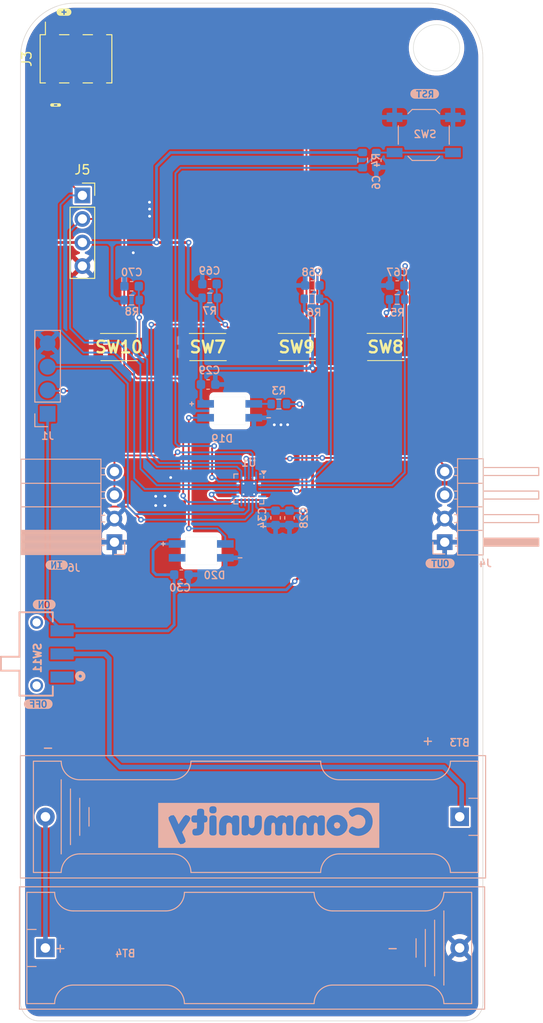
<source format=kicad_pcb>
(kicad_pcb (version 20241229) (generator "pcbnew") (generator_version "9.0")
  (title_block (title "Bside_CDMX_2025") (date "2025-06-05") (rev "v1.0") (company "ElectronicCats") (comment 1 "Edgar_Capuchino"))
  (layers (0 "F.Cu" signal) (2 "B.Cu" signal) (13 "F.Paste" user) (15 "B.Paste" user) (5 "F.SilkS" user "F.Silkscreen") (7 "B.SilkS" user "B.Silkscreen") (1 "F.Mask" user) (3 "B.Mask" user) (25 "Edge.Cuts" user))
  (net 0 "")
  (net 1 "GND")
  (net 2 "+3.3V")
  (net 3 "Net-(BT3--)")
  (net 4 "/NTST")
  (net 6 "/LED1")
  (net 7 "/NEO")
  (net 8 "/LED2")
  (net 9 "Net-(D19-DIN)")
  (net 10 "/SWDIO")
  (net 11 "/SWCLK")
  (net 12 "/RX")
  (net 13 "/SDA")
  (net 14 "/SCL")
  (net 15 "/GPIO1")
  (net 16 "/GPIO2")
  (net 17 "+BATT")
  (net 18 "/TX")
  (net 19 "/BTTN1")
  (net 20 "/BTTN2")
  (net 21 "/BTTN3")
  (net 22 "/BTTN4")
  (net 23 "Net-(D19-DOUT)")
  (footprint "Footprints:TS1088R02026" (layer "F.Cu") (at 45.022 62.033405)
    (property "Reference" "SW10" (at 0 0 0) (layer "F.SilkS") (effects (font (size 1.27 1.27) (thickness 0.254))))
    (property "Value" "SW_Push" (hide yes))
    (pad "1" smd rect (at -2.225 0) (size 1.05 2) (layers "F.Cu" "F.Mask" "F.Paste") (net 1 "GND"))
    (pad "2" smd rect (at 2.225 0) (size 1.05 2) (layers "F.Cu" "F.Mask" "F.Paste") (net 22 "/BTTN4"))
  )
  (footprint "Footprints:TS1088R02026" (layer "F.Cu") (at 64.209666 62.026595)
    (property "Reference" "SW9" (at 0 0 0) (layer "F.SilkS") (effects (font (size 1.27 1.27) (thickness 0.254))))
    (property "Value" "SW_Push" (hide yes))
    (pad "1" smd rect (at -2.225 0) (size 1.05 2) (layers "F.Cu" "F.Mask" "F.Paste") (net 1 "GND"))
    (pad "2" smd rect (at 2.225 0) (size 1.05 2) (layers "F.Cu" "F.Mask" "F.Paste") (net 20 "/BTTN2"))
  )
  (footprint "Connector_PinSocket_2.54mm:PinSocket_1x04_P2.54mm_Vertical" (layer "F.Cu") (at 41.081333 45.674333)
    (property "Reference" "J5" (at 0 -2.77 0) (layer "F.SilkS"))
    (property "Value" "I2C")
    (pad "1" thru_hole rect (at 0 0) (size 1.7 1.7) (drill 1) (layers "*.Cu" "*.Mask") (net 13 "/SDA"))
    (pad "2" thru_hole circle (at 0 2.54) (size 1.7 1.7) (drill 1) (layers "*.Cu" "*.Mask") (net 14 "/SCL"))
    (pad "3" thru_hole circle (at 0 5.08) (size 1.7 1.7) (drill 1) (layers "*.Cu" "*.Mask") (net 2 "+3.3V"))
    (pad "4" thru_hole circle (at 0 7.62) (size 1.7 1.7) (drill 1) (layers "*.Cu" "*.Mask") (net 1 "GND"))
  )
  (footprint "Footprints:TS1088R02026" (layer "F.Cu") (at 73.801333 62.026595)
    (property "Reference" "SW8" (at 0 0 0) (layer "F.SilkS") (effects (font (size 1.27 1.27) (thickness 0.254))))
    (property "Value" "SW_Push" (hide yes))
    (pad "1" smd rect (at -2.225 0) (size 1.05 2) (layers "F.Cu" "F.Mask" "F.Paste") (net 1 "GND"))
    (pad "2" smd rect (at 2.225 0) (size 1.05 2) (layers "F.Cu" "F.Mask" "F.Paste") (net 19 "/BTTN1"))
  )
  (footprint "kibuzzard-68434153" (layer "F.Cu") (at 39.1 25.9)
    (property "Reference" "kibuzzard-68434153" (hide yes))
    (property "Value" "G***" (hide yes))
  )
  (footprint "Footprints:TS1088R02026" (layer "F.Cu") (at 54.613667 62.033405)
    (property "Reference" "SW7" (at 0 0 0) (layer "F.SilkS") (effects (font (size 1.27 1.27) (thickness 0.254))))
    (property "Value" "SW_Push" (hide yes))
    (pad "1" smd rect (at -2.225 0) (size 1.05 2) (layers "F.Cu" "F.Mask" "F.Paste") (net 1 "GND"))
    (pad "2" smd rect (at 2.225 0) (size 1.05 2) (layers "F.Cu" "F.Mask" "F.Paste") (net 21 "/BTTN3"))
  )
  (footprint "Connector_PinSocket_2.54mm:PinSocket_2x03_P2.54mm_Vertical_SMD" (layer "F.Cu") (at 40.39125 30.94 90)
    (property "Reference" "J3" (at 0 -5.31 90) (layer "F.SilkS"))
    (property "Value" "ADDON")
    (pad "1" smd rect (at 2.52 -2.54 90) (size 3 1) (layers "F.Cu" "F.Mask" "F.Paste") (net 2 "+3.3V"))
    (pad "2" smd rect (at -2.52 -2.54 90) (size 3 1) (layers "F.Cu" "F.Mask" "F.Paste") (net 1 "GND"))
    (pad "3" smd rect (at 2.52 0 90) (size 3 1) (layers "F.Cu" "F.Mask" "F.Paste") (net 13 "/SDA"))
    (pad "4" smd rect (at -2.52 0 90) (size 3 1) (layers "F.Cu" "F.Mask" "F.Paste") (net 14 "/SCL"))
    (pad "5" smd rect (at 2.52 2.54 90) (size 3 1) (layers "F.Cu" "F.Mask" "F.Paste") (net 16 "/GPIO2"))
    (pad "6" smd rect (at -2.52 2.54 90) (size 3 1) (layers "F.Cu" "F.Mask" "F.Paste") (net 15 "/GPIO1"))
  )
  (footprint "kibuzzard-68434168" (layer "F.Cu") (at 38.19 35.92)
    (property "Reference" "kibuzzard-68434168" (hide yes))
    (property "Value" "G***" (hide yes))
  )
  (footprint "kibuzzard-6843433E" (layer "B.Cu") (at 61.191333 113.634333 180)
    (property "Reference" "kibuzzard-6843433E" (hide yes))
    (property "Value" "G***" (hide yes))
  )
  (footprint "kibuzzard-68434005" (layer "B.Cu") (at 79.68 85.37 180)
    (property "Reference" "kibuzzard-68434005" (hide yes))
    (property "Value" "G***" (hide yes))
  )
  (footprint "Battery:BatteryHolder_Keystone_2466_1xAAA" (layer "B.Cu") (at 37.089897 126.858763)
    (property "Reference" "BT4" (at 8.620103 0.591237 0) (layer "B.SilkS") (effects (font (size 0.8 0.8)) (justify mirror)))
    (property "Value" "Battery_Cell")
    (fp_text user "+" (at 1.600103 0 0) (layer "B.SilkS") (effects (justify mirror)))
    (fp_text user "-" (at 37.470103 0 0) (layer "B.SilkS") (effects (justify mirror)))
    (pad "1" thru_hole rect (at 0 0) (size 2 2) (drill 1.02) (layers "*.Cu" "*.Mask") (net 3 "Net-(BT3--)"))
    (pad "2" thru_hole circle (at 44.7 0) (size 2 2) (drill 1.02) (layers "*.Cu" "*.Mask") (net 1 "GND"))
  )
  (footprint "Package_DFN_QFN:QFN-20-1EP_3x3mm_P0.4mm_EP1.65x1.65mm_ThermalVias" (layer "B.Cu") (at 59.04 77.34 180)
    (property "Reference" "U1" (at 0 2.83 0) (layer "B.SilkS") (effects (font (size 0.8 0.8)) (justify mirror)))
    (property "Value" "PY32F030F28U6TR")
    (pad "1" smd roundrect (at -1.45 0.8 180) (size 0.85 0.2) (layers "B.Cu" "B.Mask" "B.Paste") (net 20 "/BTTN2"))
    (pad "2" smd roundrect (at -1.45 0.4 180) (size 0.85 0.2) (layers "B.Cu" "B.Mask" "B.Paste") (net 19 "/BTTN1"))
    (pad "3" smd roundrect (at -1.45 0 180) (size 0.85 0.2) (layers "B.Cu" "B.Mask" "B.Paste") (net 7 "/NEO"))
    (pad "4" smd roundrect (at -1.45 -0.4 180) (size 0.85 0.2) (layers "B.Cu" "B.Mask" "B.Paste") (net 1 "GND"))
    (pad "5" smd roundrect (at -1.45 -0.8 180) (size 0.85 0.2) (layers "B.Cu" "B.Mask" "B.Paste"))
    (pad "6" smd roundrect (at -0.8 -1.45 180) (size 0.2 0.85) (layers "B.Cu" "B.Mask" "B.Paste") (net 2 "+3.3V"))
    (pad "7" smd roundrect (at -0.4 -1.45 180) (size 0.2 0.85) (layers "B.Cu" "B.Mask" "B.Paste") (net 10 "/SWDIO"))
    (pad "8" smd roundrect (at 0 -1.45 180) (size 0.2 0.85) (layers "B.Cu" "B.Mask" "B.Paste") (net 11 "/SWCLK"))
    (pad "9" smd roundrect (at 0.4 -1.45 180) (size 0.2 0.85) (layers "B.Cu" "B.Mask" "B.Paste"))
    (pad "10" smd roundrect (at 0.8 -1.45 180) (size 0.2 0.85) (layers "B.Cu" "B.Mask" "B.Paste") (net 6 "/LED1"))
    (pad "11" smd roundrect (at 1.45 -0.8 180) (size 0.85 0.2) (layers "B.Cu" "B.Mask" "B.Paste") (net 15 "/GPIO1"))
    (pad "12" smd roundrect (at 1.45 -0.4 180) (size 0.85 0.2) (layers "B.Cu" "B.Mask" "B.Paste") (net 16 "/GPIO2"))
    (pad "13" smd roundrect (at 1.45 0 180) (size 0.85 0.2) (layers "B.Cu" "B.Mask" "B.Paste") (net 13 "/SDA"))
    (pad "14" smd roundrect (at 1.45 0.4 180) (size 0.85 0.2) (layers "B.Cu" "B.Mask" "B.Paste") (net 14 "/SCL"))
    (pad "15" smd roundrect (at 1.45 0.8 180) (size 0.85 0.2) (layers "B.Cu" "B.Mask" "B.Paste") (net 4 "/NTST"))
    (pad "16" smd roundrect (at 0.8 1.45 180) (size 0.2 0.85) (layers "B.Cu" "B.Mask" "B.Paste") (net 22 "/BTTN4"))
    (pad "17" smd roundrect (at 0.4 1.45 180) (size 0.2 0.85) (layers "B.Cu" "B.Mask" "B.Paste") (net 21 "/BTTN3"))
    (pad "18" smd roundrect (at 0 1.45 180) (size 0.2 0.85) (layers "B.Cu" "B.Mask" "B.Paste") (net 18 "/TX"))
    (pad "19" smd roundrect (at -0.4 1.45 180) (size 0.2 0.85) (layers "B.Cu" "B.Mask" "B.Paste") (net 12 "/RX"))
    (pad "20" smd roundrect (at -0.8 1.45 180) (size 0.2 0.85) (layers "B.Cu" "B.Mask" "B.Paste") (net 8 "/LED2"))
    (pad "21" thru_hole circle (at -0.575 -0.575 180) (size 0.5 0.5) (drill 0.2) (property pad_prop_heatsink) (layers "*.Cu") (net 1 "GND"))
    (pad "21" thru_hole circle (at -0.575 0.575 180) (size 0.5 0.5) (drill 0.2) (property pad_prop_heatsink) (layers "*.Cu") (net 1 "GND"))
    (pad "21" smd rect (at 0 0 180) (size 1.65 1.65) (property pad_prop_heatsink) (layers "F.Cu") (net 1 "GND"))
    (pad "21" smd rect (at 0 0 180) (size 1.65 1.65) (property pad_prop_heatsink) (layers "B.Cu" "B.Mask") (net 1 "GND"))
    (pad "21" thru_hole circle (at 0.575 -0.575 180) (size 0.5 0.5) (drill 0.2) (property pad_prop_heatsink) (layers "*.Cu") (net 1 "GND"))
    (pad "21" thru_hole circle (at 0.575 0.575 180) (size 0.5 0.5) (drill 0.2) (property pad_prop_heatsink) (layers "*.Cu") (net 1 "GND"))
  )
  (footprint "Footprints:LED_SK6812-E" (layer "B.Cu") (at 56.98 68.91 180)
    (property "Reference" "D19" (at 0.82 -3 0) (layer "B.SilkS") (effects (font (size 0.8 0.8)) (justify mirror)))
    (property "Value" "SK6812MINI-E")
    (fp_line (start 1.7 1.5) (end 1.7 -1.5) (stroke (width 0.01)) (layer "Edge.Cuts"))
    (fp_line (start 1.7 -1.5) (end -1.7 -1.5) (stroke (width 0.01)) (layer "Edge.Cuts"))
    (fp_line (start -1.7 1.5) (end 1.7 1.5) (stroke (width 0.01)) (layer "Edge.Cuts"))
    (fp_line (start -1.7 -1.5) (end -1.7 1.5) (stroke (width 0.01)) (layer "Edge.Cuts"))
    (pad "1" smd rect (at 2.6 0.75 180) (size 1.8 0.82) (layers "B.Cu" "B.Mask" "B.Paste") (net 2 "+3.3V"))
    (pad "2" smd rect (at 2.6 -0.75 180) (size 1.8 0.82) (layers "B.Cu" "B.Mask" "B.Paste") (net 23 "Net-(D19-DOUT)"))
    (pad "3" smd rect (at -2.6 -0.75 180) (size 1.8 0.82) (layers "B.Cu" "B.Mask" "B.Paste") (net 1 "GND"))
    (pad "4" smd rect (at -2.6 0.75 180) (size 1.8 0.82) (layers "B.Cu" "B.Mask" "B.Paste") (net 9 "Net-(D19-DIN)"))
  )
  (footprint "Resistor_SMD:R_0603_1608Metric" (layer "B.Cu") (at 65.851333 56.834333 180)
    (property "Reference" "R6" (at -0.237258 -1.47 0) (layer "B.SilkS") (effects (font (size 0.8 0.8)) (justify mirror)))
    (property "Value" "10k")
    (pad "1" smd roundrect (at -0.825 0 180) (size 0.8 0.95) (layers "B.Cu" "B.Mask" "B.Paste") (net 20 "/BTTN2"))
    (pad "2" smd roundrect (at 0.825 0 180) (size 0.8 0.95) (layers "B.Cu" "B.Mask" "B.Paste") (net 2 "+3.3V"))
  )
  (footprint "Button_Switch_SMD:SW_SPST_TL3342" (layer "B.Cu") (at 77.921333 39.154333 180)
    (property "Reference" "SW2" (at -0.138667 0.084333 0) (layer "B.SilkS") (effects (font (size 0.8 0.8)) (justify mirror)))
    (property "Value" "RESET")
    (pad "1" smd rect (at -3.15 1.9 180) (size 1.7 1) (layers "B.Cu" "B.Mask" "B.Paste") (net 1 "GND"))
    (pad "1" smd rect (at 3.15 1.9 180) (size 1.7 1) (layers "B.Cu" "B.Mask" "B.Paste") (net 1 "GND"))
    (pad "2" smd rect (at -3.15 -1.9 180) (size 1.7 1) (layers "B.Cu" "B.Mask" "B.Paste") (net 4 "/NTST"))
    (pad "2" smd rect (at 3.15 -1.9 180) (size 1.7 1) (layers "B.Cu" "B.Mask" "B.Paste") (net 4 "/NTST"))
  )
  (footprint "Capacitor_SMD:C_0603_1608Metric" (layer "B.Cu") (at 54.796333 55.234333 180)
    (property "Reference" "C69" (at 0 1.43 0) (layer "B.SilkS") (effects (font (size 0.8 0.8)) (justify mirror)))
    (property "Value" "10uF")
    (pad "1" smd roundrect (at -0.775 0 180) (size 0.9 0.95) (layers "B.Cu" "B.Mask" "B.Paste") (net 21 "/BTTN3"))
    (pad "2" smd roundrect (at 0.775 0 180) (size 0.9 0.95) (layers "B.Cu" "B.Mask" "B.Paste") (net 1 "GND"))
  )
  (footprint "Capacitor_SMD:C_0603_1608Metric" (layer "B.Cu") (at 75.051333 55.394333 180)
    (property "Reference" "C67" (at 0 1.43 0) (layer "B.SilkS") (effects (font (size 0.8 0.8)) (justify mirror)))
    (property "Value" "10uF")
    (pad "1" smd roundrect (at -0.775 0 180) (size 0.9 0.95) (layers "B.Cu" "B.Mask" "B.Paste") (net 19 "/BTTN1"))
    (pad "2" smd roundrect (at 0.775 0 180) (size 0.9 0.95) (layers "B.Cu" "B.Mask" "B.Paste") (net 1 "GND"))
  )
  (footprint "Capacitor_SMD:C_0603_1608Metric" (layer "B.Cu") (at 63.43 80.46 -90)
    (property "Reference" "C28" (at 0 -1.55 90) (layer "B.SilkS") (effects (font (size 0.8 0.8)) (justify mirror)))
    (property "Value" "10uF")
    (pad "1" smd roundrect (at -0.775 0 270) (size 0.9 0.95) (layers "B.Cu" "B.Mask" "B.Paste") (net 2 "+3.3V"))
    (pad "2" smd roundrect (at 0.775 0 270) (size 0.9 0.95) (layers "B.Cu" "B.Mask" "B.Paste") (net 1 "GND"))
  )
  (footprint "Resistor_SMD:R_0603_1608Metric" (layer "B.Cu") (at 54.821333 56.734333 180)
    (property "Reference" "R7" (at 0.001333 -1.395667 0) (layer "B.SilkS") (effects (font (size 0.8 0.8)) (justify mirror)))
    (property "Value" "10k")
    (pad "1" smd roundrect (at -0.825 0 180) (size 0.8 0.95) (layers "B.Cu" "B.Mask" "B.Paste") (net 21 "/BTTN3"))
    (pad "2" smd roundrect (at 0.825 0 180) (size 0.8 0.95) (layers "B.Cu" "B.Mask" "B.Paste") (net 2 "+3.3V"))
  )
  (footprint "Connector_PinHeader_2.54mm:PinHeader_1x04_P2.54mm_Vertical" (layer "B.Cu") (at 37.328666 69.24)
    (property "Reference" "J1" (at 0 2.38 180) (layer "B.SilkS") (effects (font (size 0.8 0.8)) (justify mirror)))
    (property "Value" "SWDIO")
    (pad "1" smd rect (at 0 0) (size 1.7 1.7) (layers "B.Cu" "B.Mask" "B.Paste") (net 2 "+3.3V"))
    (pad "2" smd circle (at 0 -2.54) (size 1.7 1.7) (layers "B.Cu" "B.Mask" "B.Paste") (net 10 "/SWDIO"))
    (pad "3" smd circle (at 0 -5.08) (size 1.7 1.7) (layers "B.Cu" "B.Mask" "B.Paste") (net 11 "/SWCLK"))
    (pad "4" smd circle (at 0 -7.62) (size 1.7 1.7) (layers "B.Cu" "B.Mask" "B.Paste") (net 1 "GND"))
  )
  (footprint "Resistor_SMD:R_0603_1608Metric" (layer "B.Cu") (at 71.33 41.87 90)
    (property "Reference" "R4" (at 0 1.43 90) (layer "B.SilkS") (effects (font (size 0.8 0.8)) (justify mirror)))
    (property "Value" "10k")
    (pad "1" smd roundrect (at -0.825 0 90) (size 0.8 0.95) (layers "B.Cu" "B.Mask" "B.Paste") (net 4 "/NTST"))
    (pad "2" smd roundrect (at 0.825 0 90) (size 0.8 0.95) (layers "B.Cu" "B.Mask" "B.Paste") (net 2 "+3.3V"))
  )
  (footprint "kibuzzard-68434047" (layer "B.Cu") (at 36.96 89.81 180)
    (property "Reference" "kibuzzard-68434047" (hide yes))
    (property "Value" "G***" (hide yes))
  )
  (footprint "Connector_PinSocket_2.54mm:PinSocket_1x04_P2.54mm_Horizontal" (layer "B.Cu") (at 44.54 83.08)
    (property "Reference" "J6" (at -4.38 2.77 0) (layer "B.SilkS") (effects (font (size 0.8 0.8)) (justify mirror)))
    (property "Value" "Conn_01x04_Pin")
    (pad "1" thru_hole rect (at 0 0) (size 1.7 1.7) (drill 1) (layers "*.Cu" "*.Mask") (net 1 "GND"))
    (pad "2" thru_hole circle (at 0 -2.54) (size 1.7 1.7) (drill 1) (layers "*.Cu" "*.Mask") (net 1 "GND"))
    (pad "3" thru_hole circle (at 0 -5.08) (size 1.7 1.7) (drill 1) (layers "*.Cu" "*.Mask") (net 12 "/RX"))
    (pad "4" thru_hole circle (at 0 -7.62) (size 1.7 1.7) (drill 1) (layers "*.Cu" "*.Mask") (net 12 "/RX"))
  )
  (footprint "Footprints:LED_SK6812-E" (layer "B.Cu") (at 53.9 84.02 180)
    (property "Reference" "D20" (at -1.44 -2.63 0) (layer "B.SilkS") (effects (font (size 0.8 0.8)) (justify mirror)))
    (property "Value" "SK6812MINI-E")
    (fp_line (start 1.7 1.5) (end 1.7 -1.5) (stroke (width 0.01)) (layer "Edge.Cuts"))
    (fp_line (start 1.7 -1.5) (end -1.7 -1.5) (stroke (width 0.01)) (layer "Edge.Cuts"))
    (fp_line (start -1.7 1.5) (end 1.7 1.5) (stroke (width 0.01)) (layer "Edge.Cuts"))
    (fp_line (start -1.7 -1.5) (end -1.7 1.5) (stroke (width 0.01)) (layer "Edge.Cuts"))
    (pad "1" smd rect (at 2.6 0.75 180) (size 1.8 0.82) (layers "B.Cu" "B.Mask" "B.Paste") (net 2 "+3.3V"))
    (pad "2" smd rect (at 2.6 -0.75 180) (size 1.8 0.82) (layers "B.Cu" "B.Mask" "B.Paste"))
    (pad "3" smd rect (at -2.6 -0.75 180) (size 1.8 0.82) (layers "B.Cu" "B.Mask" "B.Paste") (net 1 "GND"))
    (pad "4" smd rect (at -2.6 0.75 180) (size 1.8 0.82) (layers "B.Cu" "B.Mask" "B.Paste") (net 23 "Net-(D19-DOUT)"))
  )
  (footprint "Connector_PinHeader_2.54mm:PinHeader_1x04_P2.54mm_Horizontal" (layer "B.Cu") (at 80.18 83.08)
    (property "Reference" "J4" (at 4.385 2.27 0) (layer "B.SilkS") (effects (font (size 0.8 0.8)) (justify mirror)))
    (property "Value" "Conn_01x04_Pin")
    (pad "1" thru_hole rect (at 0 0) (size 1.7 1.7) (drill 1) (layers "*.Cu" "*.Mask") (net 1 "GND"))
    (pad "2" thru_hole circle (at 0 -2.54) (size 1.7 1.7) (drill 1) (layers "*.Cu" "*.Mask") (net 1 "GND"))
    (pad "3" thru_hole circle (at 0 -5.08) (size 1.7 1.7) (drill 1) (layers "*.Cu" "*.Mask") (net 18 "/TX"))
    (pad "4" thru_hole circle (at 0 -7.62) (size 1.7 1.7) (drill 1) (layers "*.Cu" "*.Mask") (net 18 "/TX"))
  )
  (footprint "Resistor_SMD:R_0603_1608Metric" (layer "B.Cu") (at 46.391333 56.964333 180)
    (property "Reference" "R8" (at -0.038667 -1.245667 0) (layer "B.SilkS") (effects (font (size 0.8 0.8)) (justify mirror)))
    (property "Value" "10k")
    (pad "1" smd roundrect (at -0.825 0 180) (size 0.8 0.95) (layers "B.Cu" "B.Mask" "B.Paste") (net 22 "/BTTN4"))
    (pad "2" smd roundrect (at 0.825 0 180) (size 0.8 0.95) (layers "B.Cu" "B.Mask" "B.Paste") (net 2 "+3.3V"))
  )
  (footprint "Capacitor_SMD:C_0603_1608Metric" (layer "B.Cu") (at 54.65 66.07)
    (property "Reference" "C29" (at 0.13 -1.53 0) (layer "B.SilkS") (effects (font (size 0.8 0.8)) (justify mirror)))
    (property "Value" "100nF")
    (pad "1" smd roundrect (at -0.775 0) (size 0.9 0.95) (layers "B.Cu" "B.Mask" "B.Paste") (net 2 "+3.3V"))
    (pad "2" smd roundrect (at 0.775 0) (size 0.9 0.95) (layers "B.Cu" "B.Mask" "B.Paste") (net 1 "GND"))
  )
  (footprint "Capacitor_SMD:C_0603_1608Metric" (layer "B.Cu") (at 61.93 80.46 -90)
    (property "Reference" "C34" (at 0 1.43 90) (layer "B.SilkS") (effects (font (size 0.8 0.8)) (justify mirror)))
    (property "Value" "100nF")
    (pad "1" smd roundrect (at -0.775 0 270) (size 0.9 0.95) (layers "B.Cu" "B.Mask" "B.Paste") (net 2 "+3.3V"))
    (pad "2" smd roundrect (at 0.775 0 270) (size 0.9 0.95) (layers "B.Cu" "B.Mask" "B.Paste") (net 1 "GND"))
  )
  (footprint "Capacitor_SMD:C_0603_1608Metric" (layer "B.Cu") (at 46.391333 55.474333 180)
    (property "Reference" "C70" (at -0.018667 1.504333 0) (layer "B.SilkS") (effects (font (size 0.8 0.8)) (justify mirror)))
    (property "Value" "10uF")
    (pad "1" smd roundrect (at -0.775 0 180) (size 0.9 0.95) (layers "B.Cu" "B.Mask" "B.Paste") (net 22 "/BTTN4"))
    (pad "2" smd roundrect (at 0.775 0 180) (size 0.9 0.95) (layers "B.Cu" "B.Mask" "B.Paste") (net 1 "GND"))
  )
  (footprint "kibuzzard-68434035" (layer "B.Cu") (at 38.31 85.55 180)
    (property "Reference" "kibuzzard-68434035" (hide yes))
    (property "Value" "G***" (hide yes))
  )
  (footprint "Capacitor_SMD:C_0603_1608Metric" (layer "B.Cu") (at 65.896333 55.384333 180)
    (property "Reference" "C68" (at 0 1.43 0) (layer "B.SilkS") (effects (font (size 0.8 0.8)) (justify mirror)))
    (property "Value" "10uF")
    (pad "1" smd roundrect (at -0.775 0 180) (size 0.9 0.95) (layers "B.Cu" "B.Mask" "B.Paste") (net 20 "/BTTN2"))
    (pad "2" smd roundrect (at 0.775 0 180) (size 0.9 0.95) (layers "B.Cu" "B.Mask" "B.Paste") (net 1 "GND"))
  )
  (footprint "kibuzzard-68434058" (layer "B.Cu") (at 36.32 100.54 180)
    (property "Reference" "kibuzzard-68434058" (hide yes))
    (property "Value" "G***" (hide yes))
  )
  (footprint "Battery:BatteryHolder_Keystone_2466_1xAAA" (layer "B.Cu") (at 81.794745 112.709605 180)
    (property "Reference" "BT3" (at 0 8 0) (layer "B.SilkS") (effects (font (size 0.8 0.8)) (justify mirror)))
    (property "Value" "Battery_Cell")
    (fp_text user "+" (at 3.434745 8.219605 0) (layer "B.SilkS") (effects (justify mirror)))
    (fp_text user "-" (at 44.424745 7.479605 0) (layer "B.SilkS") (effects (justify mirror)))
    (pad "1" thru_hole rect (at 0 0 180) (size 2 2) (drill 1.02) (layers "*.Cu" "*.Mask") (net 17 "+BATT"))
    (pad "2" thru_hole circle (at 44.7 0 180) (size 2 2) (drill 1.02) (layers "*.Cu" "*.Mask") (net 3 "Net-(BT3--)"))
  )
  (footprint "kibuzzard-68434071" (layer "B.Cu") (at 78.02 34.72 180)
    (property "Reference" "kibuzzard-68434071" (hide yes))
    (property "Value" "G***" (hide yes))
  )
  (footprint "Footprints:JS102011SAQN" (layer "B.Cu") (at 37.89 95.14 90)
    (property "Reference" "SW11" (at -0.43 -1.647 90) (layer "B.SilkS") (effects (font (size 0.8 0.8) (thickness 0.254)) (justify mirror)))
    (property "Value" "ON" (hide yes))
    (pad "1" smd rect (at -2.5 1 90) (size 1.2 2.5) (layers "B.Cu" "B.Mask" "B.Paste"))
    (pad "2" smd rect (at 0 1 90) (size 1.2 2.5) (layers "B.Cu" "B.Mask" "B.Paste") (net 17 "+BATT"))
    (pad "3" smd rect (at 2.5 1 90) (size 1.2 2.5) (layers "B.Cu" "B.Mask" "B.Paste") (net 2 "+3.3V"))
    (pad "4" thru_hole circle (at -3.4 -1.75 90) (size 1.4 1.4) (drill 0.9) (layers "*.Cu" "*.Mask"))
    (pad "5" thru_hole circle (at 3.4 -1.75 90) (size 1.4 1.4) (drill 0.9) (layers "*.Cu" "*.Mask"))
  )
  (footprint "Resistor_SMD:R_0603_1608Metric" (layer "B.Cu") (at 75.051333 56.894333 180)
    (property "Reference" "R5" (at -0.018667 -1.425667 0) (layer "B.SilkS") (effects (font (size 0.8 0.8)) (justify mirror)))
    (property "Value" "10k")
    (pad "1" smd roundrect (at -0.825 0 180) (size 0.8 0.95) (layers "B.Cu" "B.Mask" "B.Paste") (net 19 "/BTTN1"))
    (pad "2" smd roundrect (at 0.825 0 180) (size 0.8 0.95) (layers "B.Cu" "B.Mask" "B.Paste") (net 2 "+3.3V"))
  )
  (footprint "Resistor_SMD:R_0603_1608Metric" (layer "B.Cu") (at 62.28 68.18 180)
    (property "Reference" "R3" (at 0 1.43 0) (layer "B.SilkS") (effects (font (size 0.8 0.8)) (justify mirror)))
    (property "Value" "470R")
    (pad "1" smd roundrect (at -0.825 0 180) (size 0.8 0.95) (layers "B.Cu" "B.Mask" "B.Paste") (net 7 "/NEO"))
    (pad "2" smd roundrect (at 0.825 0 180) (size 0.8 0.95) (layers "B.Cu" "B.Mask" "B.Paste") (net 9 "Net-(D19-DIN)"))
  )
  (footprint "Capacitor_SMD:C_0603_1608Metric" (layer "B.Cu") (at 72.8 41.87 -90)
    (property "Reference" "C6" (at 2.4 0 90) (layer "B.SilkS") (effects (font (size 0.8 0.8)) (justify mirror)))
    (property "Value" "100nF")
    (pad "1" smd roundrect (at -0.775 0 270) (size 0.9 0.95) (layers "B.Cu" "B.Mask" "B.Paste") (net 4 "/NTST"))
    (pad "2" smd roundrect (at 0.775 0 270) (size 0.9 0.95) (layers "B.Cu" "B.Mask" "B.Paste") (net 1 "GND"))
  )
  (footprint "Capacitor_SMD:C_0603_1608Metric" (layer "B.Cu") (at 51.76 86.59)
    (property "Reference" "C30" (at -0.14058 1.4 0) (layer "B.SilkS") (effects (font (size 0.8 0.8)) (justify mirror)))
    (property "Value" "100nF")
    (pad "1" smd roundrect (at -0.775 0) (size 0.9 0.95) (layers "B.Cu" "B.Mask" "B.Paste") (net 2 "+3.3V"))
    (pad "2" smd roundrect (at 0.775 0) (size 0.9 0.95) (layers "B.Cu" "B.Mask" "B.Paste") (net 1 "GND"))
  )
  (gr_curve (pts (xy 36.40926 134.72841) (xy 35.31761 134.72841) (xy 34.40204 133.84805) (xy 34.40204 132.72119)) (stroke (width 0.05)) (layer "B.SilkS"))
  (gr_curve (pts (xy 84.3008 132.72119) (xy 84.336 133.84805) (xy 83.45566 134.72841) (xy 82.3288 134.72841)) (stroke (width 0.05)) (layer "B.SilkS"))
  (gr_line (start 84.3008 30.8108) (end 84.3008 132.72119) (stroke (width 0.05)) (layer "B.SilkS"))
  (gr_line (start 40.28284 24.93) (end 78.42 24.93) (stroke (width 0.05)) (layer "B.SilkS"))
  (gr_curve (pts (xy 34.40204 30.8108) (xy 34.40204 27.57108) (xy 37.04312 24.93) (xy 40.28284 24.93)) (stroke (width 0.05)) (layer "B.SilkS"))
  (gr_line (start 82.3288 134.72841) (end 36.40926 134.72841) (stroke (width 0.05)) (layer "B.SilkS"))
  (gr_line (start 34.40204 132.72119) (end 34.40204 30.8108) (stroke (width 0.05)) (layer "B.SilkS"))
  (gr_curve (pts (xy 78.42 24.93) (xy 81.65972 24.93) (xy 84.3008 27.57108) (xy 84.3008 30.8108)) (stroke (width 0.05)) (layer "B.SilkS"))
  (gr_curve (pts (xy 78.42 24.93) (xy 81.65972 24.93) (xy 84.3008 27.57108) (xy 84.3008 30.8108)) (stroke (width 0.05)) (layer "Edge.Cuts"))
  (gr_curve (pts (xy 77.532714 31.522453) (xy 78.247773 32.237512) (xy 79.323163 32.45142) (xy 80.257432 32.064433)) (stroke (width 0.05)) (layer "Edge.Cuts"))
  (gr_line (start 84.3008 30.8108) (end 84.3008 132.72119) (stroke (width 0.05)) (layer "Edge.Cuts"))
  (gr_curve (pts (xy 76.990734 28.797736) (xy 76.603747 29.732005) (xy 76.817656 30.807395) (xy 77.532714 31.522453)) (stroke (width 0.05)) (layer "Edge.Cuts"))
  (gr_curve (pts (xy 34.40204 30.8108) (xy 34.40204 27.57108) (xy 37.04312 24.93) (xy 40.28284 24.93)) (stroke (width 0.05)) (layer "Edge.Cuts"))
  (gr_line (start 82.3288 134.72841) (end 36.40926 134.72841) (stroke (width 0.05)) (layer "Edge.Cuts"))
  (gr_curve (pts (xy 79.300638 27.254307) (xy 78.289393 27.254307) (xy 77.377721 27.863466) (xy 76.990734 28.797736)) (stroke (width 0.05)) (layer "Edge.Cuts"))
  (gr_line (start 34.40204 132.72119) (end 34.40204 30.8108) (stroke (width 0.05)) (layer "Edge.Cuts"))
  (gr_curve (pts (xy 84.3008 132.72119) (xy 84.336 133.84805) (xy 83.45566 134.72841) (xy 82.3288 134.72841)) (stroke (width 0.05)) (layer "Edge.Cuts"))
  (gr_curve (pts (xy 36.40926 134.72841) (xy 35.31761 134.72841) (xy 34.40204 133.84805) (xy 34.40204 132.72119)) (stroke (width 0.05)) (layer "Edge.Cuts"))
  (gr_curve (pts (xy 80.257432 32.064433) (xy 81.191701 31.677447) (xy 81.800861 30.765775) (xy 81.800861 29.754529)) (stroke (width 0.05)) (layer "Edge.Cuts"))
  (gr_curve (pts (xy 81.068563 27.986605) (xy 80.59968 27.517722) (xy 79.963739 27.254307) (xy 79.300638 27.254307)) (stroke (width 0.05)) (layer "Edge.Cuts"))
  (gr_line (start 40.28284 24.93) (end 78.42 24.93) (stroke (width 0.05)) (layer "Edge.Cuts"))
  (gr_curve (pts (xy 81.800861 29.754529) (xy 81.800861 29.091429) (xy 81.537445 28.455488) (xy 81.068563 27.986605)) (stroke (width 0.05)) (layer "Edge.Cuts"))
  (via (at 48.33 47.15) (size 0.6) (drill 0.3) (layers "F.Cu" "B.Cu") (net 1))
  (via (at 50.61 76.11) (size 0.6) (drill 0.3) (layers "F.Cu" "B.Cu") (net 1))
  (via (at 49.99 79.13) (size 0.6) (drill 0.3) (layers "F.Cu" "B.Cu") (net 1))
  (via (at 46.57 51.86) (size 0.6) (drill 0.3) (layers "F.Cu" "B.Cu") (net 1))
  (via (at 49.99 78.13) (size 0.6) (drill 0.3) (layers "F.Cu" "B.Cu") (net 1))
  (via (at 48.32 46.41) (size 0.6) (drill 0.3) (layers "F.Cu" "B.Cu") (net 1))
  (via (at 61.79 70.42) (size 0.6) (drill 0.3) (layers "F.Cu" "B.Cu") (net 1))
  (via (at 48.33 47.92) (size 0.6) (drill 0.3) (layers "F.Cu" "B.Cu") (net 1))
  (via (at 62.51 70.42) (size 0.6) (drill 0.3) (layers "F.Cu" "B.Cu") (net 1))
  (via (at 48.99 79.13) (size 0.6) (drill 0.3) (layers "F.Cu" "B.Cu") (net 1))
  (via (at 63.23 70.41) (size 0.6) (drill 0.3) (layers "F.Cu" "B.Cu") (net 1))
  (via (at 48.99 78.13) (size 0.6) (drill 0.3) (layers "F.Cu" "B.Cu") (net 1))
  (segment (start 62.19 77.74) (end 62.786943 77.74) (width 0.2) (layer "B.Cu") (net 1))
  (segment (start 63.401333 78.35439) (end 63.401333 78.364333) (width 0.2) (layer "B.Cu") (net 1))
  (segment (start 62.786943 77.74) (end 63.401333 78.35439) (width 0.2) (layer "B.Cu") (net 1))
  (segment (start 60.49 77.74) (end 62.19 77.74) (width 0.2) (layer "B.Cu") (net 1))
  (segment (start 37.85125 28.42) (end 36.341333 29.929917) (width 0.3) (layer "F.Cu") (net 2))
  (segment (start 73.891333 63.754333) (end 73.891333 62.694333) (width 0.3) (layer "F.Cu") (net 2))
  (segment (start 65.921333 64.334333) (end 66.431333 64.334333) (width 0.3) (layer "F.Cu") (net 2))
  (segment (start 49.1 50.76) (end 49.08 50.74) (width 0.3) (layer "F.Cu") (net 2))
  (segment (start 65.921333 64.844333) (end 65.921333 79.314333) (width 0.3) (layer "F.Cu") (net 2))
  (segment (start 36.341333 49.754333) (end 37.341333 50.754333) (width 0.3) (layer "F.Cu") (net 2))
  (segment (start 73.891333 58.334333) (end 73.891333 62.694333) (width 0.3) (layer "F.Cu") (net 2))
  (segment (start 63.995 87.305) (end 64.891333 86.408667) (width 0.3) (layer "F.Cu") (net 2))
  (segment (start 64.891333 86.408667) (end 64.891333 79.654333) (width 0.3) (layer "F.Cu") (net 2))
  (segment (start 65.581333 79.654333) (end 64.891333 79.654333) (width 0.3) (layer "F.Cu") (net 2))
  (segment (start 52.55 50.76) (end 49.1 50.76) (width 0.3) (layer "F.Cu") (net 2))
  (segment (start 49.08 50.74) (end 49.08 50.754333) (width 0.3) (layer "F.Cu") (net 2))
  (segment (start 65.921333 64.334333) (end 65.921333 64.844333) (width 0.3) (layer "F.Cu") (net 2))
  (segment (start 66.431333 64.334333) (end 65.921333 64.844333) (width 0.3) (layer "F.Cu") (net 2))
  (segment (start 65.921333 79.314333) (end 65.581333 79.654333) (width 0.3) (layer "F.Cu") (net 2))
  (segment (start 66.431333 64.334333) (end 73.311333 64.334333) (width 0.3) (layer "F.Cu") (net 2))
  (segment (start 37.341333 50.754333) (end 41.081333 50.754333) (width 0.3) (layer "F.Cu") (net 2))
  (segment (start 36.341333 29.929917) (end 36.341333 49.754333) (width 0.3) (layer "F.Cu") (net 2))
  (segment (start 73.311333 64.334333) (end 73.891333 63.754333) (width 0.3) (layer "F.Cu") (net 2))
  (via (at 64.891333 79.654333) (size 0.6) (drill 0.3) (layers "F.Cu" "B.Cu") (net 2))
  (via (at 49.08 50.754333) (size 0.6) (drill 0.3) (layers "F.Cu" "B.Cu") (net 2))
  (via (at 73.891333 58.334333) (size 0.6) (drill 0.3) (layers "F.Cu" "B.Cu") (net 2))
  (via (at 63.995 87.305) (size 0.6) (drill 0.3) (layers "F.Cu" "B.Cu") (net 2))
  (via (at 65.921333 64.334333) (size 0.6) (drill 0.3) (layers "F.Cu" "B.Cu") (net 2))
  (via (at 52.55 50.76) (size 0.6) (drill 0.3) (layers "F.Cu" "B.Cu") (net 2))
  (segment (start 71.33 41.045) (end 50.585 41.045) (width 0.3) (layer "B.Cu") (net 2))
  (segment (start 64.860666 79.685) (end 64.891333 79.654333) (width 0.3) (layer "B.Cu") (net 2))
  (segment (start 53.88 56.930666) (end 54.006333 56.804333) (width 0.3) (layer "B.Cu") (net 2))
  (segment (start 49.08 50.754333) (end 44.66 50.754333) (width 0.3) (layer "B.Cu") (net 2))
  (segment (start 44.66 50.754333) (end 43.76 50.754333) (width 0.3) (layer "B.Cu") (net 2))
  (segment (start 52.55 50.76) (end 52.55 50.98) (width 0.3) (layer "B.Cu") (net 2))
  (segment (start 51.38 88.22) (end 51.74 88.22) (width 0.3) (layer "B.Cu") (net 2))
  (segment (start 44.281333 56.414333) (end 44.681333 56.814333) (width 0.3) (layer "B.Cu") (net 2))
  (segment (start 52.5 51.03) (end 52.5 56.1) (width 0.3) (layer "B.Cu") (net 2))
  (segment (start 44.281333 51.133) (end 44.66 50.754333) (width 0.3) (layer "B.Cu") (net 2))
  (segment (start 59.84 78.79) (end 59.84 79.29) (width 0.2) (layer "B.Cu") (net 2))
  (segment (start 50.985 86.59) (end 50.985 87.825) (width 0.3) (layer "B.Cu") (net 2))
  (segment (start 51.385 88.22) (end 50.985 88.62) (width 0.3) (layer "B.Cu") (net 2))
  (segment (start 50.985 88.62) (end 50.985 91.995) (width 0.3) (layer "B.Cu") (net 2))
  (segment (start 53.875 64.67) (end 53.875 63.348) (width 0.3) (layer "B.Cu") (net 2))
  (segment (start 44.681333 56.814333) (end 45.596333 56.814333) (width 0.3) (layer "B.Cu") (net 2))
  (segment (start 53.88 63.98) (end 53.88 63.343) (width 0.3) (layer "B.Cu") (net 2))
  (segment (start 44.281333 50.794333) (end 44.281333 51.15) (width 0.3) (layer "B.Cu") (net 2))
  (segment (start 51.74 88.22) (end 51.01 88.22) (width 0.3) (layer "B.Cu") (net 2))
  (segment (start 53.875 66.07) (end 53.875 67.655) (width 0.3) (layer "B.Cu") (net 2))
  (segment (start 65.921333 58.954333) (end 65.026333 58.059333) (width 0.3) (layer "B.Cu") (net 2))
  (segment (start 50.585 41.045) (end 49.08 42.55) (width 0.3) (layer "B.Cu") (net 2))
  (segment (start 50.985 91.995) (end 50.64 92.34) (width 0.3) (layer "B.Cu") (net 2))
  (segment (start 61.93 79.685) (end 63.43 79.685) (width 0.3) (layer "B.Cu") (net 2))
  (segment (start 65.921333 63.874333) (end 65.921333 58.954333) (width 0.3) (layer "B.Cu") (net 2))
  (segment (start 53.875 66.07) (end 53.875 64.67) (width 0.3) (layer "B.Cu") (net 2))
  (segment (start 50.985 86.59) (end 50.985 88.62) (width 0.3) (layer "B.Cu") (net 2))
  (segment (start 43.76 50.754333) (end 41.081333 50.754333) (width 0.3) (layer "B.Cu") (net 2))
  (segment (start 65.921333 63.884333) (end 65.921333 63.874333) (width 0.3) (layer "B.Cu") (net 2))
  (segment (start 65.921333 64.334333) (end 65.471333 64.334333) (width 0.3) (layer "B.Cu") (net 2))
  (segment (start 74.226333 57.999333) (end 74.226333 56.894333) (width 0.3) (layer "B.Cu") (net 2))
  (segment (start 50.34 92.64) (end 50.64 92.34) (width 0.3) (layer "B.Cu") (net 2))
  (segment (start 53.875 63.348) (end 53.88 63.343) (width 0.3) (layer "B.Cu") (net 2))
  (segment (start 49.4 83.27) (end 48.71 83.96) (width 0.3) (layer "B.Cu") (net 2))
  (segment (start 73.891333 58.334333) (end 74.226333 57.999333) (width 0.3) (layer "B.Cu") (net 2))
  (segment (start 63.995 87.305) (end 63.08 88.22) (width 0.3) (layer "B.Cu") (net 2))
  (segment (start 37.328666 91.078666) (end 38.89 92.64) (width 0.3) (layer "B.Cu") (net 2))
  (segment (start 44.281333 51.15) (end 44.281333 56.414333) (width 0.3) (layer "B.Cu") (net 2))
  (segment (start 43.885666 50.754333) (end 44.281333 51.15) (width 0.3) (layer "B.Cu") (net 2))
  (segment (start 53.204333 56.804333) (end 54.006333 56.804333) (width 0.3) (layer "B.Cu") (net 2))
  (segment (start 61.785 79.54) (end 61.93 79.685) (width 0.2) (layer "B.Cu") (net 2))
  (segment (start 65.471333 64.334333) (end 65.921333 63.884333) (width 0.3) (layer "B.Cu") (net 2))
  (segment (start 51.74 88.22) (end 51.385 88.22) (width 0.3) (layer "B.Cu") (net 2))
  (segment (start 44.281333 51.15) (end 44.281333 51.133) (width 0.3) (layer "B.Cu") (net 2))
  (segment (start 65.471333 64.334333) (end 54.234333 64.334333) (width 0.3) (layer "B.Cu") (net 2))
  (segment (start 53.88 63.343) (end 53.88 56.930666) (width 0.3) (layer "B.Cu") (net 2))
  (segment (start 48.71 83.96) (end 48.71 86.25) (width 0.3) (layer "B.Cu") (net 2))
  (segment (start 59.84 79.29) (end 60.09 79.54) (width 0.2) (layer "B.Cu") (net 2))
  (segment (start 63.43 79.685) (end 64.860666 79.685) (width 0.3) (layer "B.Cu") (net 2))
  (segment (start 63.08 88.22) (end 51.74 88.22) (width 0.3) (layer "B.Cu") (net 2))
  (segment (start 50.985 87.825) (end 51.38 88.22) (width 0.3) (layer "B.Cu") (net 2))
  (segment (start 54.234333 64.334333) (end 53.88 63.98) (width 0.3) (layer "B.Cu") (net 2))
  (segment (start 54.210667 64.334333) (end 53.875 64.67) (width 0.3) (layer "B.Cu") (net 2))
  (segment (start 52.5 56.1) (end 53.204333 56.804333) (width 0.3) (layer "B.Cu") (net 2))
  (segment (start 54.234333 64.334333) (end 54.210667 64.334333) (width 0.3) (layer "B.Cu") (net 2))
  (segment (start 43.76 50.754333) (end 43.885666 50.754333) (width 0.3) (layer "B.Cu") (net 2))
  (segment (start 37.328666 69.24) (end 37.328666 91.078666) (width 0.3) (layer "B.Cu") (net 2))
  (segment (start 38.89 92.64) (end 50.34 92.64) (width 0.3) (layer "B.Cu") (net 2))
  (segment (start 60.09 79.54) (end 61.785 79.54) (width 0.2) (layer "B.Cu") (net 2))
  (segment (start 65.026333 58.059333) (end 65.026333 56.834333) (width 0.3) (layer "B.Cu") (net 2))
  (segment (start 65.921333 64.334333) (end 65.921333 63.874333) (width 0.3) (layer "B.Cu") (net 2))
  (segment (start 52.55 50.98) (end 52.5 51.03) (width 0.3) (layer "B.Cu") (net 2))
  (segment (start 51.3 83.27) (end 49.4 83.27) (width 0.3) (layer "B.Cu") (net 2))
  (segment (start 53.875 67.655) (end 54.38 68.16) (width 0.3) (layer "B.Cu") (net 2))
  (segment (start 49.08 50.754333) (end 49.08 42.55) (width 0.3) (layer "B.Cu") (net 2))
  (segment (start 48.71 86.25) (end 49.05 86.59) (width 0.3) (layer "B.Cu") (net 2))
  (segment (start 49.05 86.59) (end 50.985 86.59) (width 0.3) (layer "B.Cu") (net 2))
  (segment (start 37.094745 126.853915) (end 37.089897 126.858763) (width 0.5) (layer "B.Cu") (net 3))
  (segment (start 37.094745 112.709605) (end 37.094745 126.853915) (width 0.5) (layer "B.Cu") (net 3))
  (segment (start 55.08 76.1) (end 55.08 72.94) (width 0.2) (layer "F.Cu") (net 4))
  (segment (start 55.08 72.94) (end 55.31 72.71) (width 0.2) (layer "F.Cu") (net 4))
  (segment (start 55.06 76.1) (end 55.08 76.1) (width 0.2) (layer "F.Cu") (net 4))
  (via (at 55.31 72.71) (size 0.6) (drill 0.3) (layers "F.Cu" "B.Cu") (net 4))
  (via (at 55.06 76.1) (size 0.6) (drill 0.3) (layers "F.Cu" "B.Cu") (net 4))
  (segment (start 55.06 76.1) (end 55.33 76.1) (width 0.2) (layer "B.Cu") (net 4))
  (segment (start 72.840667 41.054333) (end 72.8 41.095) (width 0.2) (layer "B.Cu") (net 4))
  (segment (start 55.31 72.71) (end 51.437 72.71) (width 0.2) (layer "B.Cu") (net 4))
  (segment (start 71.33 42.695) (end 51.706333 42.695) (width 0.2) (layer "B.Cu") (net 4))
  (segment (start 55.77 76.54) (end 57.59 76.54) (width 0.2) (layer "B.Cu") (net 4))
  (segment (start 74.771333 41.054333) (end 72.840667 41.054333) (width 0.2) (layer "B.Cu") (net 4))
  (segment (start 51.437 72.71) (end 51.121333 72.394333) (width 0.2) (layer "B.Cu") (net 4))
  (segment (start 51.706333 42.695) (end 51.121333 43.28) (width 0.2) (layer "B.Cu") (net 4))
  (segment (start 72.8 41.095) (end 72.8 41.225) (width 0.2) (layer "B.Cu") (net 4))
  (segment (start 51.121333 72.394333) (end 51.121333 43.28) (width 0.2) (layer "B.Cu") (net 4))
  (segment (start 72.8 41.225) (end 71.33 42.695) (width 0.2) (layer "B.Cu") (net 4))
  (segment (start 55.33 76.1) (end 55.77 76.54) (width 0.2) (layer "B.Cu") (net 4))
  (segment (start 81.071333 41.054333) (end 74.771333 41.054333) (width 0.2) (layer "B.Cu") (net 4))
  (segment (start 64.811333 68.471333) (end 64.54 68.2) (width 0.2) (layer "F.Cu") (net 7))
  (segment (start 64.54 68.2) (end 64.53 68.19) (width 0.2) (layer "F.Cu") (net 7))
  (segment (start 64.811333 77.334333) (end 64.811333 68.471333) (width 0.2) (layer "F.Cu") (net 7))
  (segment (start 64.53 68.19) (end 64.52 68.19) (width 0.2) (layer "F.Cu") (net 7))
  (segment (start 64.295666 77.634333) (end 64.511333 77.634333) (width 0.2) (layer "F.Cu") (net 7))
  (segment (start 64.511333 77.634333) (end 64.811333 77.334333) (width 0.2) (layer "F.Cu") (net 7))
  (segment (start 64.201333 77.54) (end 64.295666 77.634333) (width 0.2) (layer "F.Cu") (net 7))
  (via (at 64.201333 77.54) (size 0.6) (drill 0.3) (layers "F.Cu" "B.Cu") (net 7))
  (via (at 64.52 68.19) (size 0.6) (drill 0.3) (layers "F.Cu" "B.Cu") (net 7))
  (segment (start 64.52 68.19) (end 63.115 68.19) (width 0.2) (layer "B.Cu") (net 7))
  (segment (start 63.115 68.19) (end 63.105 68.18) (width 0.2) (layer "B.Cu") (net 7))
  (segment (start 64.001333 77.34) (end 60.49 77.34) (width 0.2) (layer "B.Cu") (net 7))
  (segment (start 64.201333 77.54) (end 64.001333 77.34) (width 0.2) (layer "B.Cu") (net 7))
  (segment (start 59.58 68.16) (end 61.435 68.16) (width 0.2) (layer "B.Cu") (net 9))
  (segment (start 61.435 68.16) (end 61.455 68.18) (width 0.2) (layer "B.Cu") (net 9))
  (segment (start 45.985667 79.24) (end 41.39 79.24) (width 0.2) (layer "F.Cu") (net 10))
  (segment (start 41.39 79.24) (end 40.82 78.67) (width 0.2) (layer "F.Cu") (net 10))
  (segment (start 40.82 67.24) (end 40.34 66.76) (width 0.2) (layer "F.Cu") (net 10))
  (segment (start 40.82 78.67) (end 40.82 67.24) (width 0.2) (layer "F.Cu") (net 10))
  (segment (start 47.4 80.654333) (end 45.985667 79.24) (width 0.2) (layer "F.Cu") (net 10))
  (segment (start 40.34 66.76) (end 39.03 66.76) (width 0.2) (layer "F.Cu") (net 10))
  (via (at 47.4 80.654333) (size 0.6) (drill 0.3) (layers "F.Cu" "B.Cu") (net 10))
  (via (at 39.03 66.76) (size 0.6) (drill 0.3) (layers "F.Cu" "B.Cu") (net 10))
  (segment (start 37.388666 66.76) (end 37.328666 66.7) (width 0.2) (layer "B.Cu") (net 10))
  (segment (start 58.88 80.4) (end 58.625667 80.654333) (width 0.2) (layer "B.Cu") (net 10))
  (segment (start 59.44 78.79) (end 59.44 79.84) (width 0.2) (layer "B.Cu") (net 10))
  (segment (start 59.44 79.84) (end 58.88 80.4) (width 0.2) (layer "B.Cu") (net 10))
  (segment (start 39.03 66.76) (end 37.388666 66.76) (width 0.2) (layer "B.Cu") (net 10))
  (segment (start 58.625667 80.654333) (end 47.4 80.654333) (width 0.2) (layer "B.Cu") (net 10))
  (segment (start 59.04 79.595666) (end 58.581333 80.054333) (width 0.2) (layer "B.Cu") (net 11))
  (segment (start 58.581333 80.054333) (end 46.804333 80.054333) (width 0.2) (layer "B.Cu") (net 11))
  (segment (start 44.161333 64.16) (end 37.328666 64.16) (width 0.2) (layer "B.Cu") (net 11))
  (segment (start 45.98 65.978667) (end 44.161333 64.16) (width 0.2) (layer "B.Cu") (net 11))
  (segment (start 45.98 79.23) (end 45.98 65.978667) (width 0.2) (layer "B.Cu") (net 11))
  (segment (start 46.804333 80.054333) (end 45.98 79.23) (width 0.2) (layer "B.Cu") (net 11))
  (segment (start 59.04 78.79) (end 59.04 79.595666) (width 0.2) (layer "B.Cu") (net 11))
  (segment (start 44.54 78) (end 44.54 75.46) (width 0.2) (layer "F.Cu") (net 12))
  (segment (start 51.002333 73.73) (end 51.362333 73.37) (width 0.2) (layer "F.Cu") (net 12))
  (segment (start 44.93 73.73) (end 51.002333 73.73) (width 0.2) (layer "F.Cu") (net 12))
  (segment (start 44.54 76.27) (end 44.54 74.12) (width 0.2) (layer "F.Cu") (net 12))
  (segment (start 44.54 74.12) (end 44.93 73.73) (width 0.2) (layer "F.Cu") (net 12))
  (via (at 51.362333 73.37) (size 0.6) (drill 0.3) (layers "F.Cu" "B.Cu") (net 12))
  (segment (start 59.44 75.89) (end 59.44 73.57) (width 0.2) (layer "B.Cu") (net 12))
  (segment (start 59.44 73.57) (end 59.26 73.39) (width 0.2) (layer "B.Cu") (net 12))
  (segment (start 59.26 73.39) (end 51.382333 73.39) (width 0.2) (layer "B.Cu") (net 12))
  (segment (start 51.382333 73.39) (end 51.362333 73.37) (width 0.2) (layer "B.Cu") (net 12))
  (segment (start 39.59025 29.221) (end 39.59025 44.18325) (width 0.2) (layer "F.Cu") (net 13))
  (segment (start 40.39125 28.42) (end 39.59025 29.221) (width 0.2) (layer "F.Cu") (net 13))
  (segment (start 39.59025 44.18325) (end 41.081333 45.674333) (width 0.2) (layer "F.Cu") (net 13))
  (segment (start 39.721333 45.674333) (end 38.721333 46.674333) (width 0.2) (layer "B.Cu") (net 13))
  (segment (start 41.209333 62.629333) (end 44.566333 62.629333) (width 0.2) (layer "B.Cu") (net 13))
  (segment (start 44.566333 62.629333) (end 46.671333 64.734333) (width 0.2) (layer "B.Cu") (net 13))
  (segment (start 38.721333 60.141333) (end 41.209333 62.629333) (width 0.2) (layer "B.Cu") (net 13))
  (segment (start 38.721333 46.674333) (end 38.721333 60.141333) (width 0.2) (layer "B.Cu") (net 13))
  (segment (start 46.671333 64.734333) (end 46.671333 76.194333) (width 0.2) (layer "B.Cu") (net 13))
  (segment (start 41.081333 45.674333) (end 39.721333 45.674333) (width 0.2) (layer "B.Cu") (net 13))
  (segment (start 46.671333 76.194333) (end 47.817 77.34) (width 0.2) (layer "B.Cu") (net 13))
  (segment (start 47.817 77.34) (end 57.59 77.34) (width 0.2) (layer "B.Cu") (net 13))
  (segment (start 40.39125 41.87425) (end 40.39125 33.46) (width 0.2) (layer "F.Cu") (net 14))
  (segment (start 41.081333 48.214333) (end 42.761333 48.214333) (width 0.2) (layer "F.Cu") (net 14))
  (segment (start 43.171333 44.654333) (end 40.39125 41.87425) (width 0.2) (layer "F.Cu") (net 14))
  (segment (start 42.761333 48.214333) (end 43.171333 47.804333) (width 0.2) (layer "F.Cu") (net 14))
  (segment (start 43.171333 47.804333) (end 43.171333 44.654333) (width 0.2) (layer "F.Cu") (net 14))
  (segment (start 39.751333 49.544333) (end 41.081333 48.214333) (width 0.2) (layer "B.Cu") (net 14))
  (segment (start 57.59 76.94) (end 49.107 76.94) (width 0.2) (layer "B.Cu") (net 14))
  (segment (start 39.751333 60.004333) (end 39.751333 49.544333) (width 0.2) (layer "B.Cu") (net 14))
  (segment (start 47.34 63.923) (end 44.971333 61.554333) (width 0.2) (layer "B.Cu") (net 14))
  (segment (start 41.301333 61.554333) (end 39.751333 60.004333) (width 0.2) (layer "B.Cu") (net 14))
  (segment (start 44.971333 61.554333) (end 41.301333 61.554333) (width 0.2) (layer "B.Cu") (net 14))
  (segment (start 49.107 76.94) (end 47.34 75.173) (width 0.2) (layer "B.Cu") (net 14))
  (segment (start 47.34 75.173) (end 47.34 63.923) (width 0.2) (layer "B.Cu") (net 14))
  (segment (start 45.6 33.85) (end 45.21 33.46) (width 0.2) (layer "F.Cu") (net 15))
  (segment (start 46.94 65.42) (end 45.6 64.08) (width 0.2) (layer "F.Cu") (net 15))
  (segment (start 51.96 78.07) (end 51.962333 78.067667) (width 0.2) (layer "F.Cu") (net 15))
  (segment (start 45.6 64.08) (end 45.6 33.85) (width 0.2) (layer "F.Cu") (net 15))
  (segment (start 45.21 33.46) (end 42.93125 33.46) (width 0.2) (layer "F.Cu") (net 15))
  (segment (start 51.962333 66.012333) (end 51.37 65.42) (width 0.2) (layer "F.Cu") (net 15))
  (segment (start 51.37 65.42) (end 46.94 65.42) (width 0.2) (layer "F.Cu") (net 15))
  (segment (start 51.962333 78.067667) (end 51.962333 66.012333) (width 0.2) (layer "F.Cu") (net 15))
  (via (at 51.96 78.07) (size 0.6) (drill 0.3) (layers "F.Cu" "B.Cu") (net 15))
  (segment (start 52.44 78.75) (end 51.96 78.27) (width 0.2) (layer "B.Cu") (net 15))
  (segment (start 57.59 78.14) (end 56.98 78.75) (width 0.2) (layer "B.Cu") (net 15))
  (segment (start 51.96 78.27) (end 51.96 78.07) (width 0.2) (layer "B.Cu") (net 15))
  (segment (start 56.98 78.75) (end 52.44 78.75) (width 0.2) (layer "B.Cu") (net 15))
  (segment (start 55.614333 78.534333) (end 64.451333 78.534333) (width 0.2) (layer "F.Cu") (net 16))
  (segment (start 64.451333 78.534333) (end 65.262333 77.723333) (width 0.2) (layer "F.Cu") (net 16))
  (segment (start 65.262333 29.275333) (end 64.407 28.42) (width 0.2) (layer "F.Cu") (net 16))
  (segment (start 55.02 77.94) (end 55.614333 78.534333) (width 0.2) (layer "F.Cu") (net 16))
  (segment (start 64.407 28.42) (end 42.93125 28.42) (width 0.2) (layer "F.Cu") (net 16))
  (segment (start 65.262333 77.723333) (end 65.262333 29.275333) (width 0.2) (layer "F.Cu") (net 16))
  (via (at 55.02 77.94) (size 0.6) (drill 0.3) (layers "F.Cu" "B.Cu") (net 16))
  (segment (start 55.22 77.74) (end 57.59 77.74) (width 0.2) (layer "B.Cu") (net 16))
  (segment (start 55.02 77.94) (end 55.22 77.74) (width 0.2) (layer "B.Cu") (net 16))
  (segment (start 82.014848 112.489502) (end 82.014848 109.277848) (width 0.5) (layer "B.Cu") (net 17))
  (segment (start 82.014848 109.277848) (end 80.081333 107.344333) (width 0.5) (layer "B.Cu") (net 17))
  (segment (start 81.794745 112.709605) (end 82.014848 112.489502) (width 0.5) (layer "B.Cu") (net 17))
  (segment (start 38.89 95.14) (end 43.49 95.14) (width 0.5) (layer "B.Cu") (net 17))
  (segment (start 43.99 95.64) (end 43.99 106.174333) (width 0.5) (layer "B.Cu") (net 17))
  (segment (start 43.99 106.174333) (end 45.16 107.344333) (width 0.5) (layer "B.Cu") (net 17))
  (segment (start 80.081333 107.344333) (end 45.16 107.344333) (width 0.5) (layer "B.Cu") (net 17))
  (segment (start 43.49 95.14) (end 43.99 95.64) (width 0.5) (layer "B.Cu") (net 17))
  (segment (start 63.464265 74.065735) (end 63.47 74.06) (width 0.2) (layer "F.Cu") (net 18))
  (segment (start 66.97 73.99) (end 79.31 73.99) (width 0.2) (layer "F.Cu") (net 18))
  (segment (start 79.31 73.99) (end 80.18 74.86) (width 0.2) (layer "F.Cu") (net 18))
  (segment (start 58.764265 74.065735) (end 63.464265 74.065735) (width 0.2) (layer "F.Cu") (net 18))
  (segment (start 80.18 74.86) (end 80.18 75.46) (width 0.2) (layer "F.Cu") (net 18))
  (via (at 63.47 74.06) (size 0.6) (drill 0.3) (layers "F.Cu" "B.Cu") (net 18))
  (via (at 58.764265 74.065735) (size 0.6) (drill 0.3) (layers "F.Cu" "B.Cu") (net 18))
  (via (at 66.97 73.99) (size 0.6) (drill 0.3) (layers "F.Cu" "B.Cu") (net 18))
  (segment (start 59.04 75.89) (end 59.04 74.34147) (width 0.2) (layer "B.Cu") (net 18))
  (segment (start 63.54 73.99) (end 63.47 74.06) (width 0.2) (layer "B.Cu") (net 18))
  (segment (start 80.17 75.47) (end 80.17 77.784333) (width 0.2) (layer "B.Cu") (net 18))
  (segment (start 59.04 74.34147) (end 58.764265 74.065735) (width 0.2) (layer "B.Cu") (net 18))
  (segment (start 66.97 73.99) (end 63.54 73.99) (width 0.2) (layer "B.Cu") (net 18))
  (segment (start 80.18 75.46) (end 80.17 75.47) (width 0.2) (layer "B.Cu") (net 18))
  (segment (start 76.026333 53.399333) (end 75.911333 53.284333) (width 0.2) (layer "F.Cu") (net 19))
  (segment (start 76.026333 62.026595) (end 76.026333 53.399333) (width 0.2) (layer "F.Cu") (net 19))
  (via (at 75.911333 53.284333) (size 0.6) (drill 0.3) (layers "F.Cu" "B.Cu") (net 19))
  (segment (start 75.826333 56.844333) (end 75.876333 56.894333) (width 0.2) (layer "B.Cu") (net 19))
  (segment (start 60.49 76.94) (end 74.505666 76.94) (width 0.2) (layer "B.Cu") (net 19))
  (segment (start 75.911333 53.284333) (end 75.826333 53.369333) (width 0.2) (layer "B.Cu") (net 19))
  (segment (start 74.505666 76.94) (end 75.876333 75.569333) (width 0.2) (layer "B.Cu") (net 19))
  (segment (start 75.876333 75.569333) (end 75.876333 56.894333) (width 0.2) (layer "B.Cu") (net 19))
  (segment (start 75.826333 53.369333) (end 75.826333 55.394333) (width 0.2) (layer "B.Cu") (net 19))
  (segment (start 75.826333 55.394333) (end 75.826333 56.844333) (width 0.2) (layer "B.Cu") (net 19))
  (segment (start 66.434666 62.026595) (end 66.434666 53.831) (width 0.2) (layer "F.Cu") (net 20))
  (segment (start 66.434666 53.831) (end 66.471333 53.794333) (width 0.2) (layer "F.Cu") (net 20))
  (via (at 66.471333 53.794333) (size 0.6) (drill 0.3) (layers "F.Cu" "B.Cu") (net 20))
  (segment (start 66.671333 56.829333) (end 66.676333 56.834333) (width 0.2) (layer "B.Cu") (net 20))
  (segment (start 67.89 74.24) (end 65.59 76.54) (width 0.2) (layer "B.Cu") (net 20))
  (segment (start 66.671333 55.384333) (end 66.671333 56.829333) (width 0.2) (layer "B.Cu") (net 20))
  (segment (start 67.89 57.293) (end 67.89 74.24) (width 0.2) (layer "B.Cu") (net 20))
  (segment (start 65.59 76.54) (end 60.49 76.54) (width 0.2) (layer "B.Cu") (net 20))
  (segment (start 66.471333 55.184333) (end 66.671333 55.384333) (width 0.2) (layer "B.Cu") (net 20))
  (segment (start 67.431333 56.834333) (end 67.89 57.293) (width 0.2) (layer "B.Cu") (net 20))
  (segment (start 66.471333 53.794333) (end 66.471333 55.184333) (width 0.2) (layer "B.Cu") (net 20))
  (segment (start 66.676333 56.834333) (end 67.431333 56.834333) (width 0.2) (layer "B.Cu") (net 20))
  (segment (start 56.838667 59.948667) (end 56.838667 62.033405) (width 0.2) (layer "F.Cu") (net 21))
  (segment (start 56.5 59.61) (end 48.52 59.61) (width 0.2) (layer "F.Cu") (net 21))
  (segment (start 56.5 59.61) (end 56.838667 59.948667) (width 0.2) (layer "F.Cu") (net 21))
  (via (at 56.5 59.61) (size 0.6) (drill 0.3) (layers "F.Cu" "B.Cu") (net 21))
  (via (at 48.52 59.61) (size 0.6) (drill 0.3) (layers "F.Cu" "B.Cu") (net 21))
  (segment (start 55.571333 55.234333) (end 55.571333 56.659333) (width 0.2) (layer "B.Cu") (net 21))
  (segment (start 58.64 75.89) (end 58.64 74.98) (width 0.2) (layer "B.Cu") (net 21))
  (segment (start 58.64 74.98) (end 58.2 74.54) (width 0.2) (layer "B.Cu") (net 21))
  (segment (start 58.2 74.54) (end 49.42 74.54) (width 0.2) (layer "B.Cu") (net 21))
  (segment (start 49.42 74.54) (end 48.52 73.64) (width 0.2) (layer "B.Cu") (net 21))
  (segment (start 48.52 73.64) (end 48.52 59.61) (width 0.2) (layer "B.Cu") (net 21))
  (segment (start 55.646333 56.734333) (end 55.646333 58.756333) (width 0.2) (layer "B.Cu") (net 21))
  (segment (start 55.646333 58.756333) (end 56.5 59.61) (width 0.2) (layer "B.Cu") (net 21))
  (segment (start 55.571333 56.659333) (end 55.646333 56.734333) (width 0.2) (layer "B.Cu") (net 21))
  (segment (start 47.247 58.877) (end 47.247 62.033405) (width 0.2) (layer "F.Cu") (net 22))
  (segment (start 47.22 58.85) (end 47.247 58.877) (width 0.2) (layer "F.Cu") (net 22))
  (via (at 47.22 58.85) (size 0.6) (drill 0.3) (layers "F.Cu" "B.Cu") (net 22))
  (segment (start 48.071333 73.891333) (end 48.071333 63.371333) (width 0.2) (layer "B.Cu") (net 22))
  (segment (start 47.22 62.52) (end 47.22 58.85) (width 0.2) (layer "B.Cu") (net 22))
  (segment (start 47.216333 56.964333) (end 47.216333 58.846333) (width 0.2) (layer "B.Cu") (net 22))
  (segment (start 47.216333 58.846333) (end 47.22 58.85) (width 0.2) (layer "B.Cu") (net 22))
  (segment (start 57.76 74.94) (end 49.12 74.94) (width 0.2) (layer "B.Cu") (net 22))
  (segment (start 49.12 74.94) (end 48.071333 73.891333) (width 0.2) (layer "B.Cu") (net 22))
  (segment (start 47.166333 56.914333) (end 47.216333 56.964333) (width 0.2) (layer "B.Cu") (net 22))
  (segment (start 48.071333 63.371333) (end 47.22 62.52) (width 0.2) (layer "B.Cu") (net 22))
  (segment (start 47.166333 55.474333) (end 47.166333 56.914333) (width 0.2) (layer "B.Cu") (net 22))
  (segment (start 58.24 75.42) (end 57.76 74.94) (width 0.2) (layer "B.Cu") (net 22))
  (segment (start 58.24 75.89) (end 58.24 75.42) (width 0.2) (layer "B.Cu") (net 22))
  (segment (start 52.561 81.61) (end 52.561 71.959) (width 0.2) (layer "F.Cu") (net 23))
  (segment (start 52.561 71.959) (end 52.562333 71.957667) (width 0.2) (layer "F.Cu") (net 23))
  (segment (start 52.562333 71.957667) (end 52.562333 69.66) (width 0.2) (layer "F.Cu") (net 23))
  (via (at 52.562333 69.66) (size 0.6) (drill 0.3) (layers "F.Cu" "B.Cu") (net 23))
  (via (at 52.561 81.61) (size 0.6) (drill 0.3) (layers "F.Cu" "B.Cu") (net 23))
  (segment (start 56.5 82.47) (end 56.5 83.27) (width 0.2) (layer "B.Cu") (net 23))
  (segment (start 52.561 81.61) (end 55.64 81.61) (width 0.2) (layer "B.Cu") (net 23))
  (segment (start 52.562333 69.66) (end 54.38 69.66) (width 0.2) (layer "B.Cu") (net 23))
  (segment (start 55.64 81.61) (end 56.5 82.47) (width 0.2) (layer "B.Cu") (net 23))
  (zone (net 1) (net_name "GND") (layers "F.Cu" "B.Cu") (connect_pads (clearance 0)) (min_thickness 0.25) (fill yes (thermal_gap 0.5) (thermal_bridge_width 0.5))
    (polygon (pts (xy 34.011333 24.594333) (xy 84.401333 24.654333) (xy 84.331333 134.944333) (xy 33.781333 134.714333)))
  )
)
</source>
